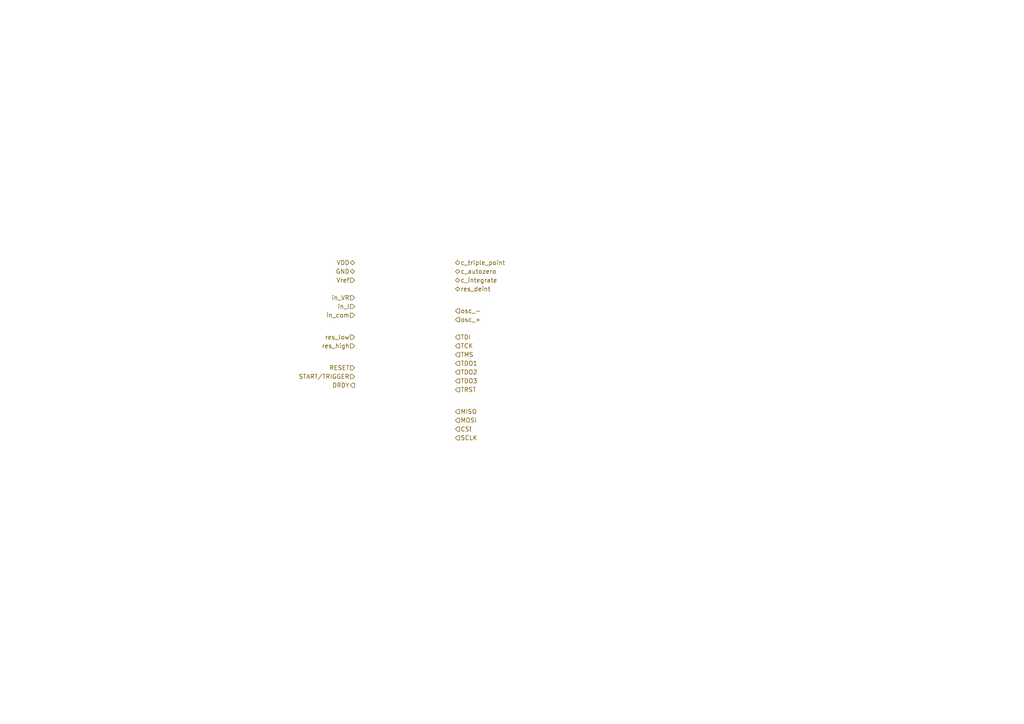
<source format=kicad_sch>
(kicad_sch
	(version 20231120)
	(generator "eeschema")
	(generator_version "8.0")
	(uuid "36e08ba9-b7be-45a0-9147-d6d0354bd3e7")
	(paper "A4")
	(lib_symbols)
	(hierarchical_label "TDO3"
		(shape input)
		(at 132.08 110.49 0)
		(fields_autoplaced yes)
		(effects
			(font
				(size 1.27 1.27)
			)
			(justify left)
		)
		(uuid "021e630d-2c0b-413e-bffb-3e549b2759a9")
	)
	(hierarchical_label "in_VR"
		(shape input)
		(at 102.87 86.36 180)
		(fields_autoplaced yes)
		(effects
			(font
				(size 1.27 1.27)
			)
			(justify right)
		)
		(uuid "02433043-e014-4dc0-b464-f9914c541b57")
	)
	(hierarchical_label "GND"
		(shape bidirectional)
		(at 102.87 78.74 180)
		(fields_autoplaced yes)
		(effects
			(font
				(size 1.27 1.27)
			)
			(justify right)
		)
		(uuid "122650cc-70ce-442b-9bcf-f7449b86478b")
	)
	(hierarchical_label "in_I"
		(shape input)
		(at 102.87 88.9 180)
		(fields_autoplaced yes)
		(effects
			(font
				(size 1.27 1.27)
			)
			(justify right)
		)
		(uuid "2b6366f2-cf40-4370-950b-ebb4e01b7b70")
	)
	(hierarchical_label "MOSI"
		(shape input)
		(at 132.08 121.92 0)
		(fields_autoplaced yes)
		(effects
			(font
				(size 1.27 1.27)
			)
			(justify left)
		)
		(uuid "30d0d807-9173-4148-9f16-80f4e943ca9f")
	)
	(hierarchical_label "MISO"
		(shape input)
		(at 132.08 119.38 0)
		(fields_autoplaced yes)
		(effects
			(font
				(size 1.27 1.27)
			)
			(justify left)
		)
		(uuid "344c8eec-c354-41e1-859b-bfbb37ef0fe6")
	)
	(hierarchical_label "RESET"
		(shape input)
		(at 102.87 106.68 180)
		(fields_autoplaced yes)
		(effects
			(font
				(size 1.27 1.27)
			)
			(justify right)
		)
		(uuid "35722750-59ad-4082-b2da-50b91a7c34b4")
	)
	(hierarchical_label "TCK"
		(shape input)
		(at 132.08 100.33 0)
		(fields_autoplaced yes)
		(effects
			(font
				(size 1.27 1.27)
			)
			(justify left)
		)
		(uuid "36c4189a-2c2a-4a2d-8309-9f445e0c2460")
	)
	(hierarchical_label "SCLK"
		(shape input)
		(at 132.08 127 0)
		(fields_autoplaced yes)
		(effects
			(font
				(size 1.27 1.27)
			)
			(justify left)
		)
		(uuid "39468a57-a0c1-480c-9cb3-d200d7a734c9")
	)
	(hierarchical_label "TMS"
		(shape input)
		(at 132.08 102.87 0)
		(fields_autoplaced yes)
		(effects
			(font
				(size 1.27 1.27)
			)
			(justify left)
		)
		(uuid "3d80c363-527e-4572-9b4d-b1969e859e1d")
	)
	(hierarchical_label "res_high"
		(shape input)
		(at 102.87 100.33 180)
		(fields_autoplaced yes)
		(effects
			(font
				(size 1.27 1.27)
			)
			(justify right)
		)
		(uuid "45aa595d-ee4b-4ba2-9888-223c22c92a6c")
	)
	(hierarchical_label "TDI"
		(shape input)
		(at 132.08 97.79 0)
		(fields_autoplaced yes)
		(effects
			(font
				(size 1.27 1.27)
			)
			(justify left)
		)
		(uuid "64e10d7e-3e4e-4f89-913f-b7dd38f07839")
	)
	(hierarchical_label "c_integrate"
		(shape bidirectional)
		(at 132.08 81.28 0)
		(fields_autoplaced yes)
		(effects
			(font
				(size 1.27 1.27)
			)
			(justify left)
		)
		(uuid "7835d285-f4b2-448e-a52f-c9d3ce07fb04")
	)
	(hierarchical_label "VDD"
		(shape bidirectional)
		(at 102.87 76.2 180)
		(fields_autoplaced yes)
		(effects
			(font
				(size 1.27 1.27)
			)
			(justify right)
		)
		(uuid "7a21e8b3-4588-4fe3-a5cd-663b942fa252")
	)
	(hierarchical_label "START{slash}TRIGGER"
		(shape input)
		(at 102.87 109.22 180)
		(fields_autoplaced yes)
		(effects
			(font
				(size 1.27 1.27)
			)
			(justify right)
		)
		(uuid "800b9ddc-91fa-4544-91f4-2f7aaf7092bd")
	)
	(hierarchical_label "TDO1"
		(shape input)
		(at 132.08 105.41 0)
		(fields_autoplaced yes)
		(effects
			(font
				(size 1.27 1.27)
			)
			(justify left)
		)
		(uuid "826c9d88-bf25-4876-963f-6ae055920311")
	)
	(hierarchical_label "res_deint"
		(shape bidirectional)
		(at 132.08 83.82 0)
		(fields_autoplaced yes)
		(effects
			(font
				(size 1.27 1.27)
			)
			(justify left)
		)
		(uuid "9544a3e8-2815-4d5e-b841-8e958e2357e7")
	)
	(hierarchical_label "in_com"
		(shape input)
		(at 102.87 91.44 180)
		(fields_autoplaced yes)
		(effects
			(font
				(size 1.27 1.27)
			)
			(justify right)
		)
		(uuid "987e9e43-a5e1-44b0-9be6-158013274237")
	)
	(hierarchical_label "DRDY"
		(shape output)
		(at 102.87 111.76 180)
		(fields_autoplaced yes)
		(effects
			(font
				(size 1.27 1.27)
			)
			(justify right)
		)
		(uuid "b369f149-099f-49c8-9b1e-61a3d6990263")
	)
	(hierarchical_label "osc_+"
		(shape input)
		(at 132.08 92.71 0)
		(fields_autoplaced yes)
		(effects
			(font
				(size 1.27 1.27)
			)
			(justify left)
		)
		(uuid "bb7c0e0c-eb0c-44a5-b1d7-a54568ec3a88")
	)
	(hierarchical_label "CS!"
		(shape input)
		(at 132.08 124.46 0)
		(fields_autoplaced yes)
		(effects
			(font
				(size 1.27 1.27)
			)
			(justify left)
		)
		(uuid "c5fecce7-66a5-413c-90a8-39b4e595d469")
	)
	(hierarchical_label "res_low"
		(shape input)
		(at 102.87 97.79 180)
		(fields_autoplaced yes)
		(effects
			(font
				(size 1.27 1.27)
			)
			(justify right)
		)
		(uuid "c6567498-b892-4875-92ff-661d948736ea")
	)
	(hierarchical_label "TDO2"
		(shape input)
		(at 132.08 107.95 0)
		(fields_autoplaced yes)
		(effects
			(font
				(size 1.27 1.27)
			)
			(justify left)
		)
		(uuid "c6aa5afe-17c8-4577-963c-d8e688c65bf8")
	)
	(hierarchical_label "Vref"
		(shape input)
		(at 102.87 81.28 180)
		(fields_autoplaced yes)
		(effects
			(font
				(size 1.27 1.27)
			)
			(justify right)
		)
		(uuid "c760519d-99a0-4173-a757-9bde46c17b9a")
	)
	(hierarchical_label "c_autozero"
		(shape bidirectional)
		(at 132.08 78.74 0)
		(fields_autoplaced yes)
		(effects
			(font
				(size 1.27 1.27)
			)
			(justify left)
		)
		(uuid "d62d54c2-ea1c-4b93-9d0a-ab700498619a")
	)
	(hierarchical_label "osc_-"
		(shape input)
		(at 132.08 90.17 0)
		(fields_autoplaced yes)
		(effects
			(font
				(size 1.27 1.27)
			)
			(justify left)
		)
		(uuid "db030e72-9e1e-4cc9-ac55-68527d2f5e19")
	)
	(hierarchical_label "c_triple_point"
		(shape bidirectional)
		(at 132.08 76.2 0)
		(fields_autoplaced yes)
		(effects
			(font
				(size 1.27 1.27)
			)
			(justify left)
		)
		(uuid "edab8ad9-b6e6-4428-a487-632e622be191")
	)
	(hierarchical_label "TRST"
		(shape input)
		(at 132.08 113.03 0)
		(fields_autoplaced yes)
		(effects
			(font
				(size 1.27 1.27)
			)
			(justify left)
		)
		(uuid "fb780650-2bd1-40fb-8ea4-8e0df730c482")
	)
)

</source>
